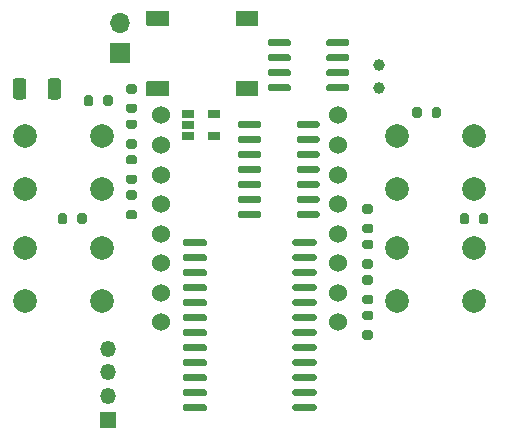
<source format=gts>
G04 #@! TF.GenerationSoftware,KiCad,Pcbnew,5.1.10*
G04 #@! TF.CreationDate,2021-12-21T05:37:38-06:00*
G04 #@! TF.ProjectId,notawatch,6e6f7461-7761-4746-9368-2e6b69636164,rev?*
G04 #@! TF.SameCoordinates,Original*
G04 #@! TF.FileFunction,Soldermask,Top*
G04 #@! TF.FilePolarity,Negative*
%FSLAX46Y46*%
G04 Gerber Fmt 4.6, Leading zero omitted, Abs format (unit mm)*
G04 Created by KiCad (PCBNEW 5.1.10) date 2021-12-21 05:37:38*
%MOMM*%
%LPD*%
G01*
G04 APERTURE LIST*
%ADD10C,0.100000*%
%ADD11O,1.350000X1.350000*%
%ADD12R,1.350000X1.350000*%
%ADD13C,1.000000*%
%ADD14C,1.524000*%
%ADD15C,2.000000*%
%ADD16R,1.060000X0.650000*%
%ADD17R,1.700000X1.700000*%
%ADD18O,1.700000X1.700000*%
G04 APERTURE END LIST*
D10*
G36*
X152689755Y-91350961D02*
G01*
X152699134Y-91353806D01*
X152707779Y-91358427D01*
X152715355Y-91364645D01*
X152721573Y-91372221D01*
X152726194Y-91380866D01*
X152729039Y-91390245D01*
X152730000Y-91400000D01*
X152730000Y-92550000D01*
X152729039Y-92559755D01*
X152726194Y-92569134D01*
X152721573Y-92577779D01*
X152715355Y-92585355D01*
X152707779Y-92591573D01*
X152699134Y-92596194D01*
X152689755Y-92599039D01*
X152680000Y-92600000D01*
X150900000Y-92600000D01*
X150890245Y-92599039D01*
X150880866Y-92596194D01*
X150872221Y-92591573D01*
X150864645Y-92585355D01*
X150858427Y-92577779D01*
X150853806Y-92569134D01*
X150850961Y-92559755D01*
X150850000Y-92550000D01*
X150850000Y-91400000D01*
X150850961Y-91390245D01*
X150853806Y-91380866D01*
X150858427Y-91372221D01*
X150864645Y-91364645D01*
X150872221Y-91358427D01*
X150880866Y-91353806D01*
X150890245Y-91350961D01*
X150900000Y-91350000D01*
X152680000Y-91350000D01*
X152689755Y-91350961D01*
G37*
G36*
X152689755Y-85400961D02*
G01*
X152699134Y-85403806D01*
X152707779Y-85408427D01*
X152715355Y-85414645D01*
X152721573Y-85422221D01*
X152726194Y-85430866D01*
X152729039Y-85440245D01*
X152730000Y-85450000D01*
X152730000Y-86600000D01*
X152729039Y-86609755D01*
X152726194Y-86619134D01*
X152721573Y-86627779D01*
X152715355Y-86635355D01*
X152707779Y-86641573D01*
X152699134Y-86646194D01*
X152689755Y-86649039D01*
X152680000Y-86650000D01*
X150900000Y-86650000D01*
X150890245Y-86649039D01*
X150880866Y-86646194D01*
X150872221Y-86641573D01*
X150864645Y-86635355D01*
X150858427Y-86627779D01*
X150853806Y-86619134D01*
X150850961Y-86609755D01*
X150850000Y-86600000D01*
X150850000Y-85450000D01*
X150850961Y-85440245D01*
X150853806Y-85430866D01*
X150858427Y-85422221D01*
X150864645Y-85414645D01*
X150872221Y-85408427D01*
X150880866Y-85403806D01*
X150890245Y-85400961D01*
X150900000Y-85400000D01*
X152680000Y-85400000D01*
X152689755Y-85400961D01*
G37*
G36*
X145109755Y-91350961D02*
G01*
X145119134Y-91353806D01*
X145127779Y-91358427D01*
X145135355Y-91364645D01*
X145141573Y-91372221D01*
X145146194Y-91380866D01*
X145149039Y-91390245D01*
X145150000Y-91400000D01*
X145150000Y-92550000D01*
X145149039Y-92559755D01*
X145146194Y-92569134D01*
X145141573Y-92577779D01*
X145135355Y-92585355D01*
X145127779Y-92591573D01*
X145119134Y-92596194D01*
X145109755Y-92599039D01*
X145100000Y-92600000D01*
X143320000Y-92600000D01*
X143310245Y-92599039D01*
X143300866Y-92596194D01*
X143292221Y-92591573D01*
X143284645Y-92585355D01*
X143278427Y-92577779D01*
X143273806Y-92569134D01*
X143270961Y-92559755D01*
X143270000Y-92550000D01*
X143270000Y-91400000D01*
X143270961Y-91390245D01*
X143273806Y-91380866D01*
X143278427Y-91372221D01*
X143284645Y-91364645D01*
X143292221Y-91358427D01*
X143300866Y-91353806D01*
X143310245Y-91350961D01*
X143320000Y-91350000D01*
X145100000Y-91350000D01*
X145109755Y-91350961D01*
G37*
G36*
X145109755Y-85400961D02*
G01*
X145119134Y-85403806D01*
X145127779Y-85408427D01*
X145135355Y-85414645D01*
X145141573Y-85422221D01*
X145146194Y-85430866D01*
X145149039Y-85440245D01*
X145150000Y-85450000D01*
X145150000Y-86600000D01*
X145149039Y-86609755D01*
X145146194Y-86619134D01*
X145141573Y-86627779D01*
X145135355Y-86635355D01*
X145127779Y-86641573D01*
X145119134Y-86646194D01*
X145109755Y-86649039D01*
X145100000Y-86650000D01*
X143320000Y-86650000D01*
X143310245Y-86649039D01*
X143300866Y-86646194D01*
X143292221Y-86641573D01*
X143284645Y-86635355D01*
X143278427Y-86627779D01*
X143273806Y-86619134D01*
X143270961Y-86609755D01*
X143270000Y-86600000D01*
X143270000Y-85450000D01*
X143270961Y-85440245D01*
X143273806Y-85430866D01*
X143278427Y-85422221D01*
X143284645Y-85414645D01*
X143292221Y-85408427D01*
X143300866Y-85403806D01*
X143310245Y-85400961D01*
X143320000Y-85400000D01*
X145100000Y-85400000D01*
X145109755Y-85400961D01*
G37*
G36*
G01*
X131950000Y-92650001D02*
X131950000Y-91349999D01*
G75*
G02*
X132199999Y-91100000I249999J0D01*
G01*
X132850001Y-91100000D01*
G75*
G02*
X133100000Y-91349999I0J-249999D01*
G01*
X133100000Y-92650001D01*
G75*
G02*
X132850001Y-92900000I-249999J0D01*
G01*
X132199999Y-92900000D01*
G75*
G02*
X131950000Y-92650001I0J249999D01*
G01*
G37*
G36*
G01*
X134900000Y-92650001D02*
X134900000Y-91349999D01*
G75*
G02*
X135149999Y-91100000I249999J0D01*
G01*
X135800001Y-91100000D01*
G75*
G02*
X136050000Y-91349999I0J-249999D01*
G01*
X136050000Y-92650001D01*
G75*
G02*
X135800001Y-92900000I-249999J0D01*
G01*
X135149999Y-92900000D01*
G75*
G02*
X134900000Y-92650001I0J249999D01*
G01*
G37*
D11*
X140000000Y-114000000D03*
X140000000Y-116000000D03*
X140000000Y-118000000D03*
D12*
X140000000Y-120000000D03*
G36*
G01*
X155975000Y-95150000D02*
X155975000Y-94850000D01*
G75*
G02*
X156125000Y-94700000I150000J0D01*
G01*
X157775000Y-94700000D01*
G75*
G02*
X157925000Y-94850000I0J-150000D01*
G01*
X157925000Y-95150000D01*
G75*
G02*
X157775000Y-95300000I-150000J0D01*
G01*
X156125000Y-95300000D01*
G75*
G02*
X155975000Y-95150000I0J150000D01*
G01*
G37*
G36*
G01*
X155975000Y-96420000D02*
X155975000Y-96120000D01*
G75*
G02*
X156125000Y-95970000I150000J0D01*
G01*
X157775000Y-95970000D01*
G75*
G02*
X157925000Y-96120000I0J-150000D01*
G01*
X157925000Y-96420000D01*
G75*
G02*
X157775000Y-96570000I-150000J0D01*
G01*
X156125000Y-96570000D01*
G75*
G02*
X155975000Y-96420000I0J150000D01*
G01*
G37*
G36*
G01*
X155975000Y-97690000D02*
X155975000Y-97390000D01*
G75*
G02*
X156125000Y-97240000I150000J0D01*
G01*
X157775000Y-97240000D01*
G75*
G02*
X157925000Y-97390000I0J-150000D01*
G01*
X157925000Y-97690000D01*
G75*
G02*
X157775000Y-97840000I-150000J0D01*
G01*
X156125000Y-97840000D01*
G75*
G02*
X155975000Y-97690000I0J150000D01*
G01*
G37*
G36*
G01*
X155975000Y-98960000D02*
X155975000Y-98660000D01*
G75*
G02*
X156125000Y-98510000I150000J0D01*
G01*
X157775000Y-98510000D01*
G75*
G02*
X157925000Y-98660000I0J-150000D01*
G01*
X157925000Y-98960000D01*
G75*
G02*
X157775000Y-99110000I-150000J0D01*
G01*
X156125000Y-99110000D01*
G75*
G02*
X155975000Y-98960000I0J150000D01*
G01*
G37*
G36*
G01*
X155975000Y-100230000D02*
X155975000Y-99930000D01*
G75*
G02*
X156125000Y-99780000I150000J0D01*
G01*
X157775000Y-99780000D01*
G75*
G02*
X157925000Y-99930000I0J-150000D01*
G01*
X157925000Y-100230000D01*
G75*
G02*
X157775000Y-100380000I-150000J0D01*
G01*
X156125000Y-100380000D01*
G75*
G02*
X155975000Y-100230000I0J150000D01*
G01*
G37*
G36*
G01*
X155975000Y-101500000D02*
X155975000Y-101200000D01*
G75*
G02*
X156125000Y-101050000I150000J0D01*
G01*
X157775000Y-101050000D01*
G75*
G02*
X157925000Y-101200000I0J-150000D01*
G01*
X157925000Y-101500000D01*
G75*
G02*
X157775000Y-101650000I-150000J0D01*
G01*
X156125000Y-101650000D01*
G75*
G02*
X155975000Y-101500000I0J150000D01*
G01*
G37*
G36*
G01*
X155975000Y-102770000D02*
X155975000Y-102470000D01*
G75*
G02*
X156125000Y-102320000I150000J0D01*
G01*
X157775000Y-102320000D01*
G75*
G02*
X157925000Y-102470000I0J-150000D01*
G01*
X157925000Y-102770000D01*
G75*
G02*
X157775000Y-102920000I-150000J0D01*
G01*
X156125000Y-102920000D01*
G75*
G02*
X155975000Y-102770000I0J150000D01*
G01*
G37*
G36*
G01*
X151025000Y-102770000D02*
X151025000Y-102470000D01*
G75*
G02*
X151175000Y-102320000I150000J0D01*
G01*
X152825000Y-102320000D01*
G75*
G02*
X152975000Y-102470000I0J-150000D01*
G01*
X152975000Y-102770000D01*
G75*
G02*
X152825000Y-102920000I-150000J0D01*
G01*
X151175000Y-102920000D01*
G75*
G02*
X151025000Y-102770000I0J150000D01*
G01*
G37*
G36*
G01*
X151025000Y-101500000D02*
X151025000Y-101200000D01*
G75*
G02*
X151175000Y-101050000I150000J0D01*
G01*
X152825000Y-101050000D01*
G75*
G02*
X152975000Y-101200000I0J-150000D01*
G01*
X152975000Y-101500000D01*
G75*
G02*
X152825000Y-101650000I-150000J0D01*
G01*
X151175000Y-101650000D01*
G75*
G02*
X151025000Y-101500000I0J150000D01*
G01*
G37*
G36*
G01*
X151025000Y-100230000D02*
X151025000Y-99930000D01*
G75*
G02*
X151175000Y-99780000I150000J0D01*
G01*
X152825000Y-99780000D01*
G75*
G02*
X152975000Y-99930000I0J-150000D01*
G01*
X152975000Y-100230000D01*
G75*
G02*
X152825000Y-100380000I-150000J0D01*
G01*
X151175000Y-100380000D01*
G75*
G02*
X151025000Y-100230000I0J150000D01*
G01*
G37*
G36*
G01*
X151025000Y-98960000D02*
X151025000Y-98660000D01*
G75*
G02*
X151175000Y-98510000I150000J0D01*
G01*
X152825000Y-98510000D01*
G75*
G02*
X152975000Y-98660000I0J-150000D01*
G01*
X152975000Y-98960000D01*
G75*
G02*
X152825000Y-99110000I-150000J0D01*
G01*
X151175000Y-99110000D01*
G75*
G02*
X151025000Y-98960000I0J150000D01*
G01*
G37*
G36*
G01*
X151025000Y-97690000D02*
X151025000Y-97390000D01*
G75*
G02*
X151175000Y-97240000I150000J0D01*
G01*
X152825000Y-97240000D01*
G75*
G02*
X152975000Y-97390000I0J-150000D01*
G01*
X152975000Y-97690000D01*
G75*
G02*
X152825000Y-97840000I-150000J0D01*
G01*
X151175000Y-97840000D01*
G75*
G02*
X151025000Y-97690000I0J150000D01*
G01*
G37*
G36*
G01*
X151025000Y-96420000D02*
X151025000Y-96120000D01*
G75*
G02*
X151175000Y-95970000I150000J0D01*
G01*
X152825000Y-95970000D01*
G75*
G02*
X152975000Y-96120000I0J-150000D01*
G01*
X152975000Y-96420000D01*
G75*
G02*
X152825000Y-96570000I-150000J0D01*
G01*
X151175000Y-96570000D01*
G75*
G02*
X151025000Y-96420000I0J150000D01*
G01*
G37*
G36*
G01*
X151025000Y-95150000D02*
X151025000Y-94850000D01*
G75*
G02*
X151175000Y-94700000I150000J0D01*
G01*
X152825000Y-94700000D01*
G75*
G02*
X152975000Y-94850000I0J-150000D01*
G01*
X152975000Y-95150000D01*
G75*
G02*
X152825000Y-95300000I-150000J0D01*
G01*
X151175000Y-95300000D01*
G75*
G02*
X151025000Y-95150000I0J150000D01*
G01*
G37*
D13*
X163000000Y-90000000D03*
X163000000Y-91900000D03*
D14*
X159500000Y-111750000D03*
X159500000Y-109250000D03*
X159500000Y-106750000D03*
X159500000Y-104250000D03*
X159500000Y-94250000D03*
X159500000Y-96750000D03*
X159500000Y-99250000D03*
X159500000Y-101750000D03*
X144500000Y-111750000D03*
X144500000Y-109250000D03*
X144500000Y-106750000D03*
X144500000Y-94250000D03*
X144500000Y-96750000D03*
X144500000Y-99250000D03*
X144500000Y-104250000D03*
X144500000Y-101750000D03*
G36*
G01*
X155625000Y-105165000D02*
X155625000Y-104865000D01*
G75*
G02*
X155775000Y-104715000I150000J0D01*
G01*
X157525000Y-104715000D01*
G75*
G02*
X157675000Y-104865000I0J-150000D01*
G01*
X157675000Y-105165000D01*
G75*
G02*
X157525000Y-105315000I-150000J0D01*
G01*
X155775000Y-105315000D01*
G75*
G02*
X155625000Y-105165000I0J150000D01*
G01*
G37*
G36*
G01*
X155625000Y-106435000D02*
X155625000Y-106135000D01*
G75*
G02*
X155775000Y-105985000I150000J0D01*
G01*
X157525000Y-105985000D01*
G75*
G02*
X157675000Y-106135000I0J-150000D01*
G01*
X157675000Y-106435000D01*
G75*
G02*
X157525000Y-106585000I-150000J0D01*
G01*
X155775000Y-106585000D01*
G75*
G02*
X155625000Y-106435000I0J150000D01*
G01*
G37*
G36*
G01*
X155625000Y-107705000D02*
X155625000Y-107405000D01*
G75*
G02*
X155775000Y-107255000I150000J0D01*
G01*
X157525000Y-107255000D01*
G75*
G02*
X157675000Y-107405000I0J-150000D01*
G01*
X157675000Y-107705000D01*
G75*
G02*
X157525000Y-107855000I-150000J0D01*
G01*
X155775000Y-107855000D01*
G75*
G02*
X155625000Y-107705000I0J150000D01*
G01*
G37*
G36*
G01*
X155625000Y-108975000D02*
X155625000Y-108675000D01*
G75*
G02*
X155775000Y-108525000I150000J0D01*
G01*
X157525000Y-108525000D01*
G75*
G02*
X157675000Y-108675000I0J-150000D01*
G01*
X157675000Y-108975000D01*
G75*
G02*
X157525000Y-109125000I-150000J0D01*
G01*
X155775000Y-109125000D01*
G75*
G02*
X155625000Y-108975000I0J150000D01*
G01*
G37*
G36*
G01*
X155625000Y-110245000D02*
X155625000Y-109945000D01*
G75*
G02*
X155775000Y-109795000I150000J0D01*
G01*
X157525000Y-109795000D01*
G75*
G02*
X157675000Y-109945000I0J-150000D01*
G01*
X157675000Y-110245000D01*
G75*
G02*
X157525000Y-110395000I-150000J0D01*
G01*
X155775000Y-110395000D01*
G75*
G02*
X155625000Y-110245000I0J150000D01*
G01*
G37*
G36*
G01*
X155625000Y-111515000D02*
X155625000Y-111215000D01*
G75*
G02*
X155775000Y-111065000I150000J0D01*
G01*
X157525000Y-111065000D01*
G75*
G02*
X157675000Y-111215000I0J-150000D01*
G01*
X157675000Y-111515000D01*
G75*
G02*
X157525000Y-111665000I-150000J0D01*
G01*
X155775000Y-111665000D01*
G75*
G02*
X155625000Y-111515000I0J150000D01*
G01*
G37*
G36*
G01*
X155625000Y-112785000D02*
X155625000Y-112485000D01*
G75*
G02*
X155775000Y-112335000I150000J0D01*
G01*
X157525000Y-112335000D01*
G75*
G02*
X157675000Y-112485000I0J-150000D01*
G01*
X157675000Y-112785000D01*
G75*
G02*
X157525000Y-112935000I-150000J0D01*
G01*
X155775000Y-112935000D01*
G75*
G02*
X155625000Y-112785000I0J150000D01*
G01*
G37*
G36*
G01*
X155625000Y-114055000D02*
X155625000Y-113755000D01*
G75*
G02*
X155775000Y-113605000I150000J0D01*
G01*
X157525000Y-113605000D01*
G75*
G02*
X157675000Y-113755000I0J-150000D01*
G01*
X157675000Y-114055000D01*
G75*
G02*
X157525000Y-114205000I-150000J0D01*
G01*
X155775000Y-114205000D01*
G75*
G02*
X155625000Y-114055000I0J150000D01*
G01*
G37*
G36*
G01*
X155625000Y-115325000D02*
X155625000Y-115025000D01*
G75*
G02*
X155775000Y-114875000I150000J0D01*
G01*
X157525000Y-114875000D01*
G75*
G02*
X157675000Y-115025000I0J-150000D01*
G01*
X157675000Y-115325000D01*
G75*
G02*
X157525000Y-115475000I-150000J0D01*
G01*
X155775000Y-115475000D01*
G75*
G02*
X155625000Y-115325000I0J150000D01*
G01*
G37*
G36*
G01*
X155625000Y-116595000D02*
X155625000Y-116295000D01*
G75*
G02*
X155775000Y-116145000I150000J0D01*
G01*
X157525000Y-116145000D01*
G75*
G02*
X157675000Y-116295000I0J-150000D01*
G01*
X157675000Y-116595000D01*
G75*
G02*
X157525000Y-116745000I-150000J0D01*
G01*
X155775000Y-116745000D01*
G75*
G02*
X155625000Y-116595000I0J150000D01*
G01*
G37*
G36*
G01*
X155625000Y-117865000D02*
X155625000Y-117565000D01*
G75*
G02*
X155775000Y-117415000I150000J0D01*
G01*
X157525000Y-117415000D01*
G75*
G02*
X157675000Y-117565000I0J-150000D01*
G01*
X157675000Y-117865000D01*
G75*
G02*
X157525000Y-118015000I-150000J0D01*
G01*
X155775000Y-118015000D01*
G75*
G02*
X155625000Y-117865000I0J150000D01*
G01*
G37*
G36*
G01*
X155625000Y-119135000D02*
X155625000Y-118835000D01*
G75*
G02*
X155775000Y-118685000I150000J0D01*
G01*
X157525000Y-118685000D01*
G75*
G02*
X157675000Y-118835000I0J-150000D01*
G01*
X157675000Y-119135000D01*
G75*
G02*
X157525000Y-119285000I-150000J0D01*
G01*
X155775000Y-119285000D01*
G75*
G02*
X155625000Y-119135000I0J150000D01*
G01*
G37*
G36*
G01*
X146325000Y-119135000D02*
X146325000Y-118835000D01*
G75*
G02*
X146475000Y-118685000I150000J0D01*
G01*
X148225000Y-118685000D01*
G75*
G02*
X148375000Y-118835000I0J-150000D01*
G01*
X148375000Y-119135000D01*
G75*
G02*
X148225000Y-119285000I-150000J0D01*
G01*
X146475000Y-119285000D01*
G75*
G02*
X146325000Y-119135000I0J150000D01*
G01*
G37*
G36*
G01*
X146325000Y-117865000D02*
X146325000Y-117565000D01*
G75*
G02*
X146475000Y-117415000I150000J0D01*
G01*
X148225000Y-117415000D01*
G75*
G02*
X148375000Y-117565000I0J-150000D01*
G01*
X148375000Y-117865000D01*
G75*
G02*
X148225000Y-118015000I-150000J0D01*
G01*
X146475000Y-118015000D01*
G75*
G02*
X146325000Y-117865000I0J150000D01*
G01*
G37*
G36*
G01*
X146325000Y-116595000D02*
X146325000Y-116295000D01*
G75*
G02*
X146475000Y-116145000I150000J0D01*
G01*
X148225000Y-116145000D01*
G75*
G02*
X148375000Y-116295000I0J-150000D01*
G01*
X148375000Y-116595000D01*
G75*
G02*
X148225000Y-116745000I-150000J0D01*
G01*
X146475000Y-116745000D01*
G75*
G02*
X146325000Y-116595000I0J150000D01*
G01*
G37*
G36*
G01*
X146325000Y-115325000D02*
X146325000Y-115025000D01*
G75*
G02*
X146475000Y-114875000I150000J0D01*
G01*
X148225000Y-114875000D01*
G75*
G02*
X148375000Y-115025000I0J-150000D01*
G01*
X148375000Y-115325000D01*
G75*
G02*
X148225000Y-115475000I-150000J0D01*
G01*
X146475000Y-115475000D01*
G75*
G02*
X146325000Y-115325000I0J150000D01*
G01*
G37*
G36*
G01*
X146325000Y-114055000D02*
X146325000Y-113755000D01*
G75*
G02*
X146475000Y-113605000I150000J0D01*
G01*
X148225000Y-113605000D01*
G75*
G02*
X148375000Y-113755000I0J-150000D01*
G01*
X148375000Y-114055000D01*
G75*
G02*
X148225000Y-114205000I-150000J0D01*
G01*
X146475000Y-114205000D01*
G75*
G02*
X146325000Y-114055000I0J150000D01*
G01*
G37*
G36*
G01*
X146325000Y-112785000D02*
X146325000Y-112485000D01*
G75*
G02*
X146475000Y-112335000I150000J0D01*
G01*
X148225000Y-112335000D01*
G75*
G02*
X148375000Y-112485000I0J-150000D01*
G01*
X148375000Y-112785000D01*
G75*
G02*
X148225000Y-112935000I-150000J0D01*
G01*
X146475000Y-112935000D01*
G75*
G02*
X146325000Y-112785000I0J150000D01*
G01*
G37*
G36*
G01*
X146325000Y-111515000D02*
X146325000Y-111215000D01*
G75*
G02*
X146475000Y-111065000I150000J0D01*
G01*
X148225000Y-111065000D01*
G75*
G02*
X148375000Y-111215000I0J-150000D01*
G01*
X148375000Y-111515000D01*
G75*
G02*
X148225000Y-111665000I-150000J0D01*
G01*
X146475000Y-111665000D01*
G75*
G02*
X146325000Y-111515000I0J150000D01*
G01*
G37*
G36*
G01*
X146325000Y-110245000D02*
X146325000Y-109945000D01*
G75*
G02*
X146475000Y-109795000I150000J0D01*
G01*
X148225000Y-109795000D01*
G75*
G02*
X148375000Y-109945000I0J-150000D01*
G01*
X148375000Y-110245000D01*
G75*
G02*
X148225000Y-110395000I-150000J0D01*
G01*
X146475000Y-110395000D01*
G75*
G02*
X146325000Y-110245000I0J150000D01*
G01*
G37*
G36*
G01*
X146325000Y-108975000D02*
X146325000Y-108675000D01*
G75*
G02*
X146475000Y-108525000I150000J0D01*
G01*
X148225000Y-108525000D01*
G75*
G02*
X148375000Y-108675000I0J-150000D01*
G01*
X148375000Y-108975000D01*
G75*
G02*
X148225000Y-109125000I-150000J0D01*
G01*
X146475000Y-109125000D01*
G75*
G02*
X146325000Y-108975000I0J150000D01*
G01*
G37*
G36*
G01*
X146325000Y-107705000D02*
X146325000Y-107405000D01*
G75*
G02*
X146475000Y-107255000I150000J0D01*
G01*
X148225000Y-107255000D01*
G75*
G02*
X148375000Y-107405000I0J-150000D01*
G01*
X148375000Y-107705000D01*
G75*
G02*
X148225000Y-107855000I-150000J0D01*
G01*
X146475000Y-107855000D01*
G75*
G02*
X146325000Y-107705000I0J150000D01*
G01*
G37*
G36*
G01*
X146325000Y-106435000D02*
X146325000Y-106135000D01*
G75*
G02*
X146475000Y-105985000I150000J0D01*
G01*
X148225000Y-105985000D01*
G75*
G02*
X148375000Y-106135000I0J-150000D01*
G01*
X148375000Y-106435000D01*
G75*
G02*
X148225000Y-106585000I-150000J0D01*
G01*
X146475000Y-106585000D01*
G75*
G02*
X146325000Y-106435000I0J150000D01*
G01*
G37*
G36*
G01*
X146325000Y-105165000D02*
X146325000Y-104865000D01*
G75*
G02*
X146475000Y-104715000I150000J0D01*
G01*
X148225000Y-104715000D01*
G75*
G02*
X148375000Y-104865000I0J-150000D01*
G01*
X148375000Y-105165000D01*
G75*
G02*
X148225000Y-105315000I-150000J0D01*
G01*
X146475000Y-105315000D01*
G75*
G02*
X146325000Y-105165000I0J150000D01*
G01*
G37*
G36*
G01*
X160450000Y-91755000D02*
X160450000Y-92055000D01*
G75*
G02*
X160300000Y-92205000I-150000J0D01*
G01*
X158650000Y-92205000D01*
G75*
G02*
X158500000Y-92055000I0J150000D01*
G01*
X158500000Y-91755000D01*
G75*
G02*
X158650000Y-91605000I150000J0D01*
G01*
X160300000Y-91605000D01*
G75*
G02*
X160450000Y-91755000I0J-150000D01*
G01*
G37*
G36*
G01*
X160450000Y-90485000D02*
X160450000Y-90785000D01*
G75*
G02*
X160300000Y-90935000I-150000J0D01*
G01*
X158650000Y-90935000D01*
G75*
G02*
X158500000Y-90785000I0J150000D01*
G01*
X158500000Y-90485000D01*
G75*
G02*
X158650000Y-90335000I150000J0D01*
G01*
X160300000Y-90335000D01*
G75*
G02*
X160450000Y-90485000I0J-150000D01*
G01*
G37*
G36*
G01*
X160450000Y-89215000D02*
X160450000Y-89515000D01*
G75*
G02*
X160300000Y-89665000I-150000J0D01*
G01*
X158650000Y-89665000D01*
G75*
G02*
X158500000Y-89515000I0J150000D01*
G01*
X158500000Y-89215000D01*
G75*
G02*
X158650000Y-89065000I150000J0D01*
G01*
X160300000Y-89065000D01*
G75*
G02*
X160450000Y-89215000I0J-150000D01*
G01*
G37*
G36*
G01*
X160450000Y-87945000D02*
X160450000Y-88245000D01*
G75*
G02*
X160300000Y-88395000I-150000J0D01*
G01*
X158650000Y-88395000D01*
G75*
G02*
X158500000Y-88245000I0J150000D01*
G01*
X158500000Y-87945000D01*
G75*
G02*
X158650000Y-87795000I150000J0D01*
G01*
X160300000Y-87795000D01*
G75*
G02*
X160450000Y-87945000I0J-150000D01*
G01*
G37*
G36*
G01*
X155500000Y-87945000D02*
X155500000Y-88245000D01*
G75*
G02*
X155350000Y-88395000I-150000J0D01*
G01*
X153700000Y-88395000D01*
G75*
G02*
X153550000Y-88245000I0J150000D01*
G01*
X153550000Y-87945000D01*
G75*
G02*
X153700000Y-87795000I150000J0D01*
G01*
X155350000Y-87795000D01*
G75*
G02*
X155500000Y-87945000I0J-150000D01*
G01*
G37*
G36*
G01*
X155500000Y-89215000D02*
X155500000Y-89515000D01*
G75*
G02*
X155350000Y-89665000I-150000J0D01*
G01*
X153700000Y-89665000D01*
G75*
G02*
X153550000Y-89515000I0J150000D01*
G01*
X153550000Y-89215000D01*
G75*
G02*
X153700000Y-89065000I150000J0D01*
G01*
X155350000Y-89065000D01*
G75*
G02*
X155500000Y-89215000I0J-150000D01*
G01*
G37*
G36*
G01*
X155500000Y-90485000D02*
X155500000Y-90785000D01*
G75*
G02*
X155350000Y-90935000I-150000J0D01*
G01*
X153700000Y-90935000D01*
G75*
G02*
X153550000Y-90785000I0J150000D01*
G01*
X153550000Y-90485000D01*
G75*
G02*
X153700000Y-90335000I150000J0D01*
G01*
X155350000Y-90335000D01*
G75*
G02*
X155500000Y-90485000I0J-150000D01*
G01*
G37*
G36*
G01*
X155500000Y-91755000D02*
X155500000Y-92055000D01*
G75*
G02*
X155350000Y-92205000I-150000J0D01*
G01*
X153700000Y-92205000D01*
G75*
G02*
X153550000Y-92055000I0J150000D01*
G01*
X153550000Y-91755000D01*
G75*
G02*
X153700000Y-91605000I150000J0D01*
G01*
X155350000Y-91605000D01*
G75*
G02*
X155500000Y-91755000I0J-150000D01*
G01*
G37*
D15*
X171000000Y-105500000D03*
X171000000Y-110000000D03*
X164500000Y-105500000D03*
X164500000Y-110000000D03*
X171000000Y-96000000D03*
X171000000Y-100500000D03*
X164500000Y-96000000D03*
X164500000Y-100500000D03*
X139500000Y-105500000D03*
X139500000Y-110000000D03*
X133000000Y-105500000D03*
X133000000Y-110000000D03*
X139500000Y-96000000D03*
X139500000Y-100500000D03*
X133000000Y-96000000D03*
X133000000Y-100500000D03*
D16*
X146800000Y-94100000D03*
X146800000Y-95050000D03*
X146800000Y-96000000D03*
X149000000Y-96000000D03*
X149000000Y-94100000D03*
D17*
X141000000Y-89000000D03*
D18*
X141000000Y-86460000D03*
G36*
G01*
X135775000Y-103275000D02*
X135775000Y-102725000D01*
G75*
G02*
X135975000Y-102525000I200000J0D01*
G01*
X136375000Y-102525000D01*
G75*
G02*
X136575000Y-102725000I0J-200000D01*
G01*
X136575000Y-103275000D01*
G75*
G02*
X136375000Y-103475000I-200000J0D01*
G01*
X135975000Y-103475000D01*
G75*
G02*
X135775000Y-103275000I0J200000D01*
G01*
G37*
G36*
G01*
X137425000Y-103275000D02*
X137425000Y-102725000D01*
G75*
G02*
X137625000Y-102525000I200000J0D01*
G01*
X138025000Y-102525000D01*
G75*
G02*
X138225000Y-102725000I0J-200000D01*
G01*
X138225000Y-103275000D01*
G75*
G02*
X138025000Y-103475000I-200000J0D01*
G01*
X137625000Y-103475000D01*
G75*
G02*
X137425000Y-103275000I0J200000D01*
G01*
G37*
G36*
G01*
X137950000Y-93275000D02*
X137950000Y-92725000D01*
G75*
G02*
X138150000Y-92525000I200000J0D01*
G01*
X138550000Y-92525000D01*
G75*
G02*
X138750000Y-92725000I0J-200000D01*
G01*
X138750000Y-93275000D01*
G75*
G02*
X138550000Y-93475000I-200000J0D01*
G01*
X138150000Y-93475000D01*
G75*
G02*
X137950000Y-93275000I0J200000D01*
G01*
G37*
G36*
G01*
X139600000Y-93275000D02*
X139600000Y-92725000D01*
G75*
G02*
X139800000Y-92525000I200000J0D01*
G01*
X140200000Y-92525000D01*
G75*
G02*
X140400000Y-92725000I0J-200000D01*
G01*
X140400000Y-93275000D01*
G75*
G02*
X140200000Y-93475000I-200000J0D01*
G01*
X139800000Y-93475000D01*
G75*
G02*
X139600000Y-93275000I0J200000D01*
G01*
G37*
G36*
G01*
X166575000Y-93725000D02*
X166575000Y-94275000D01*
G75*
G02*
X166375000Y-94475000I-200000J0D01*
G01*
X165975000Y-94475000D01*
G75*
G02*
X165775000Y-94275000I0J200000D01*
G01*
X165775000Y-93725000D01*
G75*
G02*
X165975000Y-93525000I200000J0D01*
G01*
X166375000Y-93525000D01*
G75*
G02*
X166575000Y-93725000I0J-200000D01*
G01*
G37*
G36*
G01*
X168225000Y-93725000D02*
X168225000Y-94275000D01*
G75*
G02*
X168025000Y-94475000I-200000J0D01*
G01*
X167625000Y-94475000D01*
G75*
G02*
X167425000Y-94275000I0J200000D01*
G01*
X167425000Y-93725000D01*
G75*
G02*
X167625000Y-93525000I200000J0D01*
G01*
X168025000Y-93525000D01*
G75*
G02*
X168225000Y-93725000I0J-200000D01*
G01*
G37*
G36*
G01*
X170575000Y-102725000D02*
X170575000Y-103275000D01*
G75*
G02*
X170375000Y-103475000I-200000J0D01*
G01*
X169975000Y-103475000D01*
G75*
G02*
X169775000Y-103275000I0J200000D01*
G01*
X169775000Y-102725000D01*
G75*
G02*
X169975000Y-102525000I200000J0D01*
G01*
X170375000Y-102525000D01*
G75*
G02*
X170575000Y-102725000I0J-200000D01*
G01*
G37*
G36*
G01*
X172225000Y-102725000D02*
X172225000Y-103275000D01*
G75*
G02*
X172025000Y-103475000I-200000J0D01*
G01*
X171625000Y-103475000D01*
G75*
G02*
X171425000Y-103275000I0J200000D01*
G01*
X171425000Y-102725000D01*
G75*
G02*
X171625000Y-102525000I200000J0D01*
G01*
X172025000Y-102525000D01*
G75*
G02*
X172225000Y-102725000I0J-200000D01*
G01*
G37*
G36*
G01*
X141725000Y-94600000D02*
X142275000Y-94600000D01*
G75*
G02*
X142475000Y-94800000I0J-200000D01*
G01*
X142475000Y-95200000D01*
G75*
G02*
X142275000Y-95400000I-200000J0D01*
G01*
X141725000Y-95400000D01*
G75*
G02*
X141525000Y-95200000I0J200000D01*
G01*
X141525000Y-94800000D01*
G75*
G02*
X141725000Y-94600000I200000J0D01*
G01*
G37*
G36*
G01*
X141725000Y-96250000D02*
X142275000Y-96250000D01*
G75*
G02*
X142475000Y-96450000I0J-200000D01*
G01*
X142475000Y-96850000D01*
G75*
G02*
X142275000Y-97050000I-200000J0D01*
G01*
X141725000Y-97050000D01*
G75*
G02*
X141525000Y-96850000I0J200000D01*
G01*
X141525000Y-96450000D01*
G75*
G02*
X141725000Y-96250000I200000J0D01*
G01*
G37*
G36*
G01*
X141725000Y-100600000D02*
X142275000Y-100600000D01*
G75*
G02*
X142475000Y-100800000I0J-200000D01*
G01*
X142475000Y-101200000D01*
G75*
G02*
X142275000Y-101400000I-200000J0D01*
G01*
X141725000Y-101400000D01*
G75*
G02*
X141525000Y-101200000I0J200000D01*
G01*
X141525000Y-100800000D01*
G75*
G02*
X141725000Y-100600000I200000J0D01*
G01*
G37*
G36*
G01*
X141725000Y-102250000D02*
X142275000Y-102250000D01*
G75*
G02*
X142475000Y-102450000I0J-200000D01*
G01*
X142475000Y-102850000D01*
G75*
G02*
X142275000Y-103050000I-200000J0D01*
G01*
X141725000Y-103050000D01*
G75*
G02*
X141525000Y-102850000I0J200000D01*
G01*
X141525000Y-102450000D01*
G75*
G02*
X141725000Y-102250000I200000J0D01*
G01*
G37*
G36*
G01*
X141725000Y-93250000D02*
X142275000Y-93250000D01*
G75*
G02*
X142475000Y-93450000I0J-200000D01*
G01*
X142475000Y-93850000D01*
G75*
G02*
X142275000Y-94050000I-200000J0D01*
G01*
X141725000Y-94050000D01*
G75*
G02*
X141525000Y-93850000I0J200000D01*
G01*
X141525000Y-93450000D01*
G75*
G02*
X141725000Y-93250000I200000J0D01*
G01*
G37*
G36*
G01*
X141725000Y-91600000D02*
X142275000Y-91600000D01*
G75*
G02*
X142475000Y-91800000I0J-200000D01*
G01*
X142475000Y-92200000D01*
G75*
G02*
X142275000Y-92400000I-200000J0D01*
G01*
X141725000Y-92400000D01*
G75*
G02*
X141525000Y-92200000I0J200000D01*
G01*
X141525000Y-91800000D01*
G75*
G02*
X141725000Y-91600000I200000J0D01*
G01*
G37*
G36*
G01*
X141725000Y-99250000D02*
X142275000Y-99250000D01*
G75*
G02*
X142475000Y-99450000I0J-200000D01*
G01*
X142475000Y-99850000D01*
G75*
G02*
X142275000Y-100050000I-200000J0D01*
G01*
X141725000Y-100050000D01*
G75*
G02*
X141525000Y-99850000I0J200000D01*
G01*
X141525000Y-99450000D01*
G75*
G02*
X141725000Y-99250000I200000J0D01*
G01*
G37*
G36*
G01*
X141725000Y-97600000D02*
X142275000Y-97600000D01*
G75*
G02*
X142475000Y-97800000I0J-200000D01*
G01*
X142475000Y-98200000D01*
G75*
G02*
X142275000Y-98400000I-200000J0D01*
G01*
X141725000Y-98400000D01*
G75*
G02*
X141525000Y-98200000I0J200000D01*
G01*
X141525000Y-97800000D01*
G75*
G02*
X141725000Y-97600000I200000J0D01*
G01*
G37*
G36*
G01*
X161725000Y-106425000D02*
X162275000Y-106425000D01*
G75*
G02*
X162475000Y-106625000I0J-200000D01*
G01*
X162475000Y-107025000D01*
G75*
G02*
X162275000Y-107225000I-200000J0D01*
G01*
X161725000Y-107225000D01*
G75*
G02*
X161525000Y-107025000I0J200000D01*
G01*
X161525000Y-106625000D01*
G75*
G02*
X161725000Y-106425000I200000J0D01*
G01*
G37*
G36*
G01*
X161725000Y-104775000D02*
X162275000Y-104775000D01*
G75*
G02*
X162475000Y-104975000I0J-200000D01*
G01*
X162475000Y-105375000D01*
G75*
G02*
X162275000Y-105575000I-200000J0D01*
G01*
X161725000Y-105575000D01*
G75*
G02*
X161525000Y-105375000I0J200000D01*
G01*
X161525000Y-104975000D01*
G75*
G02*
X161725000Y-104775000I200000J0D01*
G01*
G37*
G36*
G01*
X161725000Y-112425000D02*
X162275000Y-112425000D01*
G75*
G02*
X162475000Y-112625000I0J-200000D01*
G01*
X162475000Y-113025000D01*
G75*
G02*
X162275000Y-113225000I-200000J0D01*
G01*
X161725000Y-113225000D01*
G75*
G02*
X161525000Y-113025000I0J200000D01*
G01*
X161525000Y-112625000D01*
G75*
G02*
X161725000Y-112425000I200000J0D01*
G01*
G37*
G36*
G01*
X161725000Y-110775000D02*
X162275000Y-110775000D01*
G75*
G02*
X162475000Y-110975000I0J-200000D01*
G01*
X162475000Y-111375000D01*
G75*
G02*
X162275000Y-111575000I-200000J0D01*
G01*
X161725000Y-111575000D01*
G75*
G02*
X161525000Y-111375000I0J200000D01*
G01*
X161525000Y-110975000D01*
G75*
G02*
X161725000Y-110775000I200000J0D01*
G01*
G37*
G36*
G01*
X162275000Y-104225000D02*
X161725000Y-104225000D01*
G75*
G02*
X161525000Y-104025000I0J200000D01*
G01*
X161525000Y-103625000D01*
G75*
G02*
X161725000Y-103425000I200000J0D01*
G01*
X162275000Y-103425000D01*
G75*
G02*
X162475000Y-103625000I0J-200000D01*
G01*
X162475000Y-104025000D01*
G75*
G02*
X162275000Y-104225000I-200000J0D01*
G01*
G37*
G36*
G01*
X162275000Y-102575000D02*
X161725000Y-102575000D01*
G75*
G02*
X161525000Y-102375000I0J200000D01*
G01*
X161525000Y-101975000D01*
G75*
G02*
X161725000Y-101775000I200000J0D01*
G01*
X162275000Y-101775000D01*
G75*
G02*
X162475000Y-101975000I0J-200000D01*
G01*
X162475000Y-102375000D01*
G75*
G02*
X162275000Y-102575000I-200000J0D01*
G01*
G37*
G36*
G01*
X161725000Y-107775000D02*
X162275000Y-107775000D01*
G75*
G02*
X162475000Y-107975000I0J-200000D01*
G01*
X162475000Y-108375000D01*
G75*
G02*
X162275000Y-108575000I-200000J0D01*
G01*
X161725000Y-108575000D01*
G75*
G02*
X161525000Y-108375000I0J200000D01*
G01*
X161525000Y-107975000D01*
G75*
G02*
X161725000Y-107775000I200000J0D01*
G01*
G37*
G36*
G01*
X161725000Y-109425000D02*
X162275000Y-109425000D01*
G75*
G02*
X162475000Y-109625000I0J-200000D01*
G01*
X162475000Y-110025000D01*
G75*
G02*
X162275000Y-110225000I-200000J0D01*
G01*
X161725000Y-110225000D01*
G75*
G02*
X161525000Y-110025000I0J200000D01*
G01*
X161525000Y-109625000D01*
G75*
G02*
X161725000Y-109425000I200000J0D01*
G01*
G37*
M02*

</source>
